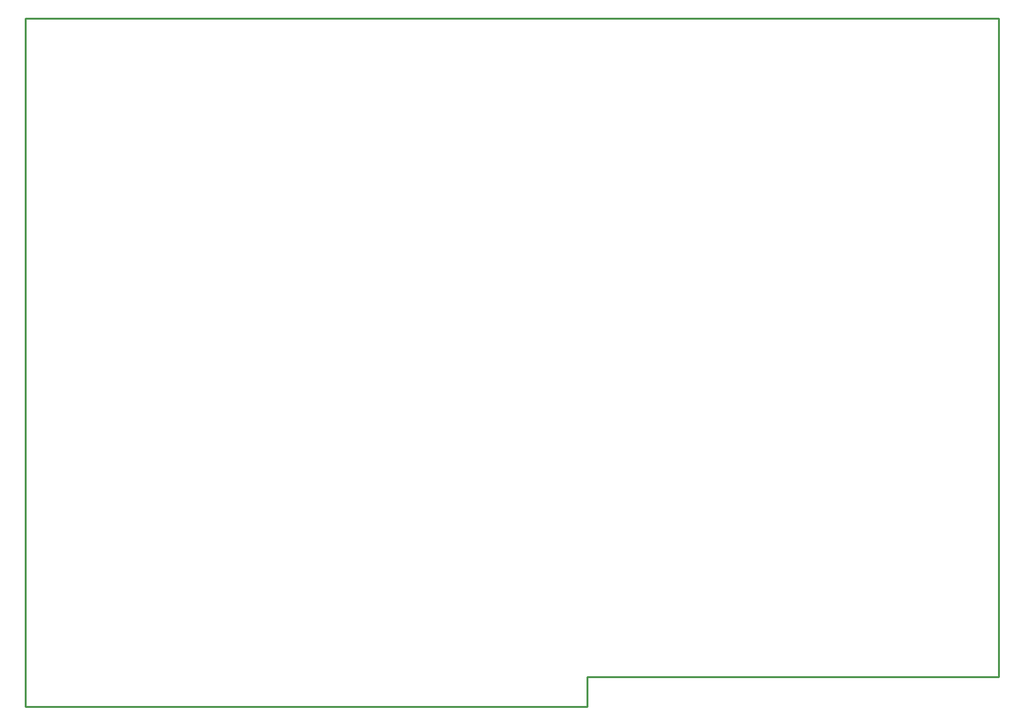
<source format=gm1>
G04*
G04 #@! TF.GenerationSoftware,Altium Limited,Altium Designer,18.1.9 (240)*
G04*
G04 Layer_Color=16711935*
%FSLAX44Y44*%
%MOMM*%
G71*
G01*
G75*
%ADD14C,0.2540*%
D14*
X0Y0D02*
Y920000D01*
X1300000D01*
Y40000D02*
Y920000D01*
X750000Y40000D02*
X1300000D01*
X750000Y0D02*
Y40000D01*
X0Y0D02*
X750000D01*
M02*

</source>
